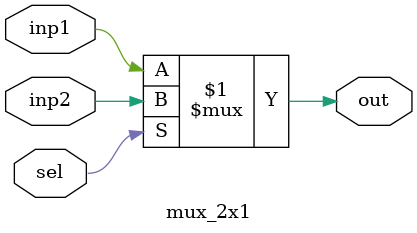
<source format=v>
module mux_2x1 (out, inp1, inp2, sel);
	output out;
	input inp1, inp2, sel;

	assign out = sel ? inp2: inp1;
endmodule

/*
module tb_mux_2x1;
	wire out;
	reg inp1, inp2, sel;
	
	mux_2x1 m1 (out, inp1, inp2, sel);
	
	initial
		begin
			$monitor (, $time, " inp1=%b, inp2=%b, sel=%b, out=%b", inp1, inp2, sel, out);
			inp1=1'b0;
			inp2=1'b1;
			#2 sel=1'b0;
			#2 sel=1'b1;
		end
endmodule
*/
</source>
